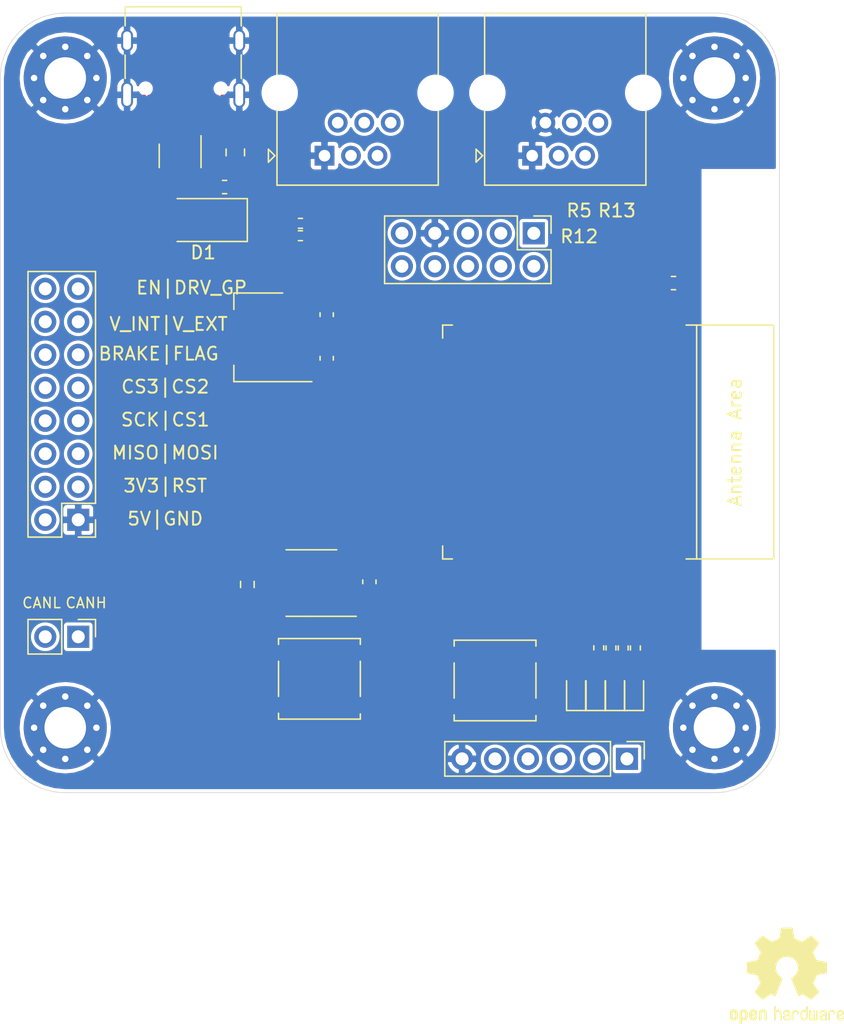
<source format=kicad_pcb>
(kicad_pcb (version 20171130) (host pcbnew "(5.1.6)-1")
  (layers (0 F.Cu signal) (31 B.Cu signal) (34 B.Paste user) (35 F.Paste user) (36 B.SilkS user hide) (37 F.SilkS user hide) (38 B.Mask user) (39 F.Mask user) (44 Edge.Cuts user))
  (net 0 "")
  (net 1 GND)
  (net 2 +5V)
  (net 3 +3V3)
  (net 4 /DBG_EN)
  (net 5 /DBG_IO0)
  (net 6 /DBG_TX)
  (net 7 /DBG_RX)
  (net 8 /USB_D-)
  (net 9 /USB_D+)
  (net 10 "Net-(D9-Pad2)")
  (net 11 "Net-(D10-Pad2)")
  (net 12 "Net-(D11-Pad2)")
  (net 13 "Net-(D12-Pad2)")
  (net 14 "Net-(J3-Pad2)")
  (net 15 "Net-(J3-Pad1)")
  (net 16 /LED_CLIP)
  (net 17 /LED_ERR)
  (net 18 /LED_SYS)
  (net 19 /DIN2)
  (net 20 /DIN1)
  (net 21 /DIN0)
  (net 22 /PWM4)
  (net 23 /PWM3)
  (net 24 /PWM2)
  (net 25 /PWM1)
  (net 26 /GPIO_DRV)
  (net 27 /BRAKE_CTRL)
  (net 28 /DRV_ENABLE)
  (net 29 /DRV_FLAG)
  (net 30 /SPI1_CS3)
  (net 31 /SPI1_CS2)
  (net 32 /SPI1_SCK)
  (net 33 /SPI1_MOSI)
  (net 34 /SPI1_MISO)
  (net 35 /SPI1_CS1)
  (net 36 /ENCODER_Z)
  (net 37 /ENCODER_B)
  (net 38 /ENCODER_A)
  (net 39 /AIN2)
  (net 40 /AIN1)
  (net 41 /AIN0)
  (net 42 /CAN_S)
  (net 43 /CAN_RX)
  (net 44 /CAN_TX)
  (net 45 "Net-(F1-Pad2)")
  (net 46 /DIN3)
  (net 47 "Net-(R2-Pad1)")
  (net 48 "Net-(J1-PadA7)")
  (net 49 "Net-(J1-PadA6)")
  (net 50 "Net-(J1-PadA5)")
  (net 51 "Net-(J1-PadB5)")
  (net 52 "Net-(R1-Pad1)")
  (module Resistor_SMD:R_0402_1005Metric (layer F.Cu) (at 167.248 70.6501)
    (fp_text reference R13 (at 0 -1.17) (layer F.SilkS))
    (fp_text value 5.1k)
    (pad 2 smd roundrect (at 0.485 0) (size 0.59 0.64) (layers F.Cu F.Paste F.Mask) (net 41 /AIN0))
    (pad 1 smd roundrect (at -0.485 0) (size 0.59 0.64) (layers F.Cu F.Paste F.Mask) (net 3 +3V3))
  )
  (module Resistor_SMD:R_0402_1005Metric (layer F.Cu) (at 164.338 72.6401)
    (fp_text reference R12 (at 0 -1.17) (layer F.SilkS))
    (fp_text value 5.1k)
    (pad 2 smd roundrect (at 0.485 0) (size 0.59 0.64) (layers F.Cu F.Paste F.Mask) (net 40 /AIN1))
    (pad 1 smd roundrect (at -0.485 0) (size 0.59 0.64) (layers F.Cu F.Paste F.Mask) (net 3 +3V3))
  )
  (module Resistor_SMD:R_0402_1005Metric (layer F.Cu) (at 164.338 70.6501)
    (fp_text reference R5 (at 0 -1.17) (layer F.SilkS))
    (fp_text value 5.1k)
    (pad 2 smd roundrect (at 0.485 0) (size 0.59 0.64) (layers F.Cu F.Paste F.Mask) (net 39 /AIN2))
    (pad 1 smd roundrect (at -0.485 0) (size 0.59 0.64) (layers F.Cu F.Paste F.Mask) (net 3 +3V3))
  )
  (module Diode_SMD:D_SMA (layer F.Cu) (at 135.382 70.2056 180)
    (fp_text reference D1 (at 0 -2.5) (layer F.SilkS))
    (fp_text value SMAJ5.0CA_400W_5V)
    (pad 2 smd rect (at 2 0 180) (size 2.5 1.8) (layers F.Cu F.Paste F.Mask) (net 1 GND))
    (pad 1 smd rect (at -2 0 180) (size 2.5 1.8) (layers F.Cu F.Paste F.Mask) (net 2 +5V))
  )
  (module Connector_RJ:RJ25_Wayconn_MJEA-660X1_Horizontal (layer F.Cu) (at 144.7265 65.2526 180)
    (fp_text reference J7 hide)
    (fp_text value RJ12)
    (pad "" np_thru_hole circle (at -8.55 4.84 180) (size 2.3 2.3) (drill 2.3) (layers *.Cu *.Mask))
    (pad "" np_thru_hole circle (at 3.45 4.84 180) (size 2.3 2.3) (drill 2.3) (layers *.Cu *.Mask))
    (pad 6 thru_hole circle (at -5.1 2.54 180) (size 1.52 1.52) (drill 0.9) (layers *.Cu *.Mask) (net 46 /DIN3))
    (pad 5 thru_hole circle (at -4.08 0 180) (size 1.52 1.52) (drill 0.9) (layers *.Cu *.Mask) (net 19 /DIN2))
    (pad 4 thru_hole circle (at -3.06 2.54 180) (size 1.52 1.52) (drill 0.9) (layers *.Cu *.Mask) (net 20 /DIN1))
    (pad 3 thru_hole circle (at -2.04 0 180) (size 1.52 1.52) (drill 0.9) (layers *.Cu *.Mask) (net 21 /DIN0))
    (pad 2 thru_hole circle (at -1.02 2.54 180) (size 1.52 1.52) (drill 0.9) (layers *.Cu *.Mask) (net 3 +3V3))
    (pad 1 thru_hole rect (at 0 0 180) (size 1.52 1.52) (drill 0.9) (layers *.Cu *.Mask) (net 1 GND))
  )
  (module Connector_RJ:RJ25_Wayconn_MJEA-660X1_Horizontal (layer F.Cu) (at 160.7185 65.2526 180)
    (fp_text reference J6 hide)
    (fp_text value RJ12)
    (pad "" np_thru_hole circle (at -8.55 4.84 180) (size 2.3 2.3) (drill 2.3) (layers *.Cu *.Mask))
    (pad "" np_thru_hole circle (at 3.45 4.84 180) (size 2.3 2.3) (drill 2.3) (layers *.Cu *.Mask))
    (pad 6 thru_hole circle (at -5.1 2.54 180) (size 1.52 1.52) (drill 0.9) (layers *.Cu *.Mask) (net 39 /AIN2))
    (pad 5 thru_hole circle (at -4.08 0 180) (size 1.52 1.52) (drill 0.9) (layers *.Cu *.Mask) (net 40 /AIN1))
    (pad 4 thru_hole circle (at -3.06 2.54 180) (size 1.52 1.52) (drill 0.9) (layers *.Cu *.Mask) (net 41 /AIN0))
    (pad 3 thru_hole circle (at -2.04 0 180) (size 1.52 1.52) (drill 0.9) (layers *.Cu *.Mask) (net 3 +3V3))
    (pad 2 thru_hole circle (at -1.02 2.54 180) (size 1.52 1.52) (drill 0.9) (layers *.Cu *.Mask) (net 1 GND))
    (pad 1 thru_hole rect (at 0 0 180) (size 1.52 1.52) (drill 0.9) (layers *.Cu *.Mask) (net 1 GND))
  )
  (module Resistor_SMD:R_0402_1005Metric (layer F.Cu) (at 169.1386 75.2602 180)
    (fp_text reference R4 hide)
    (fp_text value 10k)
    (pad 2 smd roundrect (at 0.485 0 180) (size 0.59 0.64) (layers F.Cu F.Paste F.Mask) (net 4 /DBG_EN))
    (pad 1 smd roundrect (at -0.485 0 180) (size 0.59 0.64) (layers F.Cu F.Paste F.Mask) (net 3 +3V3))
  )
  (module Capacitor_SMD:C_0402_1005Metric (layer F.Cu) (at 171.1198 76.2762)
    (fp_text reference C15 hide)
    (fp_text value 0.1uf)
    (pad 2 smd roundrect (at 0.485 0) (size 0.59 0.64) (layers F.Cu F.Paste F.Mask) (net 1 GND))
    (pad 1 smd roundrect (at -0.485 0) (size 0.59 0.64) (layers F.Cu F.Paste F.Mask) (net 3 +3V3))
  )
  (module Capacitor_SMD:C_0402_1005Metric (layer F.Cu) (at 169.1386 76.2254)
    (fp_text reference C6 hide)
    (fp_text value 0.1uf)
    (pad 2 smd roundrect (at 0.485 0) (size 0.59 0.64) (layers F.Cu F.Paste F.Mask) (net 1 GND))
    (pad 1 smd roundrect (at -0.485 0) (size 0.59 0.64) (layers F.Cu F.Paste F.Mask) (net 4 /DBG_EN))
  )
  (module Capacitor_SMD:C_0603_1608Metric (layer F.Cu) (at 171.6025 75.057)
    (fp_text reference C4 hide)
    (fp_text value 10uf)
    (pad 2 smd roundrect (at 0.7875 0) (size 0.875 0.95) (layers F.Cu F.Paste F.Mask) (net 1 GND))
    (pad 1 smd roundrect (at -0.7875 0) (size 0.875 0.95) (layers F.Cu F.Paste F.Mask) (net 3 +3V3))
  )
  (module Espressif:ESP32-S2-SOLO (layer F.Cu) (at 163.576 87.2871 270)
    (fp_text reference U5 hide)
    (fp_text value ESP32-S2-SOLO)
    (fp_text user "Antenna Area" (at 0 -12.75 90) (layer F.SilkS))
    (pad 41 smd rect (at -0.1 0.86 90) (size 0.9 0.9) (layers F.Cu F.Paste F.Mask) (net 1 GND))
    (pad 41 smd rect (at -1.5 0.86 90) (size 0.9 0.9) (layers F.Cu F.Paste F.Mask) (net 1 GND))
    (pad 41 smd rect (at -2.9 0.86 90) (size 0.9 0.9) (layers F.Cu F.Paste F.Mask) (net 1 GND))
    (pad 41 smd rect (at -2.9 -0.54 90) (size 0.9 0.9) (layers F.Cu F.Paste F.Mask) (net 1 GND))
    (pad 41 smd rect (at -2.9 -1.94 90) (size 0.9 0.9) (layers F.Cu F.Paste F.Mask) (net 1 GND))
    (pad 41 smd rect (at -1.5 -1.94 90) (size 0.9 0.9) (layers F.Cu F.Paste F.Mask) (net 1 GND))
    (pad 41 smd rect (at -0.1 -1.94 90) (size 0.9 0.9) (layers F.Cu F.Paste F.Mask) (net 1 GND))
    (pad 41 smd rect (at -0.1 -0.54 90) (size 0.9 0.9) (layers F.Cu F.Paste F.Mask) (net 1 GND))
    (pad 26 smd rect (at 6.985 9.5) (size 1.5 0.9) (layers F.Cu F.Paste F.Mask) (net 21 /DIN0))
    (pad 25 smd rect (at 5.715 9.5) (size 1.5 0.9) (layers F.Cu F.Paste F.Mask) (net 34 /SPI1_MISO))
    (pad 41 smd rect (at -1.5 -0.54 90) (size 0.9 0.9) (layers F.Cu F.Paste F.Mask) (net 1 GND))
    (pad 40 smd rect (at 8.75 -8.26 90) (size 1.5 0.9) (layers F.Cu F.Paste F.Mask) (net 1 GND))
    (pad 39 smd rect (at 8.75 -6.99 90) (size 1.5 0.9) (layers F.Cu F.Paste F.Mask) (net 41 /AIN0))
    (pad 38 smd rect (at 8.75 -5.72 90) (size 1.5 0.9) (layers F.Cu F.Paste F.Mask) (net 40 /AIN1))
    (pad 37 smd rect (at 8.75 -4.45 90) (size 1.5 0.9) (layers F.Cu F.Paste F.Mask) (net 6 /DBG_TX))
    (pad 36 smd rect (at 8.75 -3.18 90) (size 1.5 0.9) (layers F.Cu F.Paste F.Mask) (net 7 /DBG_RX))
    (pad 35 smd rect (at 8.75 -1.91 90) (size 1.5 0.9) (layers F.Cu F.Paste F.Mask) (net 20 /DIN1))
    (pad 34 smd rect (at 8.75 -0.64 90) (size 1.5 0.9) (layers F.Cu F.Paste F.Mask) (net 18 /LED_SYS))
    (pad 33 smd rect (at 8.75 0.63 90) (size 1.5 0.9) (layers F.Cu F.Paste F.Mask) (net 16 /LED_CLIP))
    (pad 32 smd rect (at 8.75 1.9 90) (size 1.5 0.9) (layers F.Cu F.Paste F.Mask) (net 17 /LED_ERR))
    (pad 31 smd rect (at 8.75 3.17 90) (size 1.5 0.9) (layers F.Cu F.Paste F.Mask) (net 46 /DIN3))
    (pad 30 smd rect (at 8.75 4.44 90) (size 1.5 0.9) (layers F.Cu F.Paste F.Mask) (net 42 /CAN_S))
    (pad 29 smd rect (at 8.75 5.71 90) (size 1.5 0.9) (layers F.Cu F.Paste F.Mask) (net 44 /CAN_TX))
    (pad 28 smd rect (at 8.75 6.98 90) (size 1.5 0.9) (layers F.Cu F.Paste F.Mask) (net 43 /CAN_RX))
    (pad 27 smd rect (at 8.75 8.25 90) (size 1.5 0.9) (layers F.Cu F.Paste F.Mask) (net 5 /DBG_IO0))
    (pad 24 smd rect (at 4.445 9.5) (size 1.5 0.9) (layers F.Cu F.Paste F.Mask) (net 33 /SPI1_MOSI))
    (pad 23 smd rect (at 3.175 9.5) (size 1.5 0.9) (layers F.Cu F.Paste F.Mask) (net 32 /SPI1_SCK))
    (pad 22 smd rect (at 1.905 9.5) (size 1.5 0.9) (layers F.Cu F.Paste F.Mask) (net 27 /BRAKE_CTRL))
    (pad 21 smd rect (at 0.635 9.5) (size 1.5 0.9) (layers F.Cu F.Paste F.Mask) (net 29 /DRV_FLAG))
    (pad 20 smd rect (at -0.635 9.5) (size 1.5 0.9) (layers F.Cu F.Paste F.Mask) (net 28 /DRV_ENABLE))
    (pad 19 smd rect (at -1.905 9.5) (size 1.5 0.9) (layers F.Cu F.Paste F.Mask) (net 26 /GPIO_DRV))
    (pad 18 smd rect (at -3.175 9.5) (size 1.5 0.9) (layers F.Cu F.Paste F.Mask) (net 22 /PWM4))
    (pad 17 smd rect (at -4.445 9.5) (size 1.5 0.9) (layers F.Cu F.Paste F.Mask) (net 23 /PWM3))
    (pad 16 smd rect (at -5.715 9.5) (size 1.5 0.9) (layers F.Cu F.Paste F.Mask) (net 19 /DIN2))
    (pad 15 smd rect (at -6.985 9.5) (size 1.5 0.9) (layers F.Cu F.Paste F.Mask) (net 39 /AIN2))
    (pad 1 smd rect (at -8.75 -8.26 270) (size 1.5 0.9) (layers F.Cu F.Paste F.Mask) (net 1 GND))
    (pad 2 smd rect (at -8.75 -6.99 270) (size 1.5 0.9) (layers F.Cu F.Paste F.Mask) (net 3 +3V3))
    (pad 3 smd rect (at -8.75 -5.72 270) (size 1.5 0.9) (layers F.Cu F.Paste F.Mask) (net 4 /DBG_EN))
    (pad 4 smd rect (at -8.75 -4.45 270) (size 1.5 0.9) (layers F.Cu F.Paste F.Mask) (net 38 /ENCODER_A))
    (pad 5 smd rect (at -8.75 -3.18 270) (size 1.5 0.9) (layers F.Cu F.Paste F.Mask) (net 25 /PWM1))
    (pad 6 smd rect (at -8.75 -1.91 270) (size 1.5 0.9) (layers F.Cu F.Paste F.Mask) (net 37 /ENCODER_B))
    (pad 7 smd rect (at -8.75 -0.64 270) (size 1.5 0.9) (layers F.Cu F.Paste F.Mask) (net 24 /PWM2))
    (pad 8 smd rect (at -8.75 0.63 270) (size 1.5 0.9) (layers F.Cu F.Paste F.Mask) (net 31 /SPI1_CS2))
    (pad 9 smd rect (at -8.75 1.9 270) (size 1.5 0.9) (layers F.Cu F.Paste F.Mask) (net 30 /SPI1_CS3))
    (pad 10 smd rect (at -8.75 3.17 270) (size 1.5 0.9) (layers F.Cu F.Paste F.Mask) (net 35 /SPI1_CS1))
    (pad 11 smd rect (at -8.75 4.44 270) (size 1.5 0.9) (layers F.Cu F.Paste F.Mask))
    (pad 12 smd rect (at -8.75 5.71 270) (size 1.5 0.9) (layers F.Cu F.Paste F.Mask) (net 36 /ENCODER_Z))
    (pad 13 smd rect (at -8.75 6.98 270) (size 1.5 0.9) (layers F.Cu F.Paste F.Mask) (net 52 "Net-(R1-Pad1)"))
    (pad 14 smd rect (at -8.75 8.25 270) (size 1.5 0.9) (layers F.Cu F.Paste F.Mask) (net 47 "Net-(R2-Pad1)"))
  )
  (module Connector_PinHeader_2.54mm:PinHeader_2x08_P2.54mm_Vertical (layer F.Cu) (at 125.761 93.2746 180)
    (fp_text reference J4 hide)
    (fp_text value "Motor Driver")
    (pad 16 thru_hole oval (at 2.54 17.78 180) (size 1.7 1.7) (drill 1) (layers *.Cu *.Mask) (net 28 /DRV_ENABLE))
    (pad 15 thru_hole oval (at 0 17.78 180) (size 1.7 1.7) (drill 1) (layers *.Cu *.Mask) (net 26 /GPIO_DRV))
    (pad 14 thru_hole oval (at 2.54 15.24 180) (size 1.7 1.7) (drill 1) (layers *.Cu *.Mask))
    (pad 13 thru_hole oval (at 0 15.24 180) (size 1.7 1.7) (drill 1) (layers *.Cu *.Mask))
    (pad 12 thru_hole oval (at 2.54 12.7 180) (size 1.7 1.7) (drill 1) (layers *.Cu *.Mask) (net 27 /BRAKE_CTRL))
    (pad 11 thru_hole oval (at 0 12.7 180) (size 1.7 1.7) (drill 1) (layers *.Cu *.Mask) (net 29 /DRV_FLAG))
    (pad 10 thru_hole oval (at 2.54 10.16 180) (size 1.7 1.7) (drill 1) (layers *.Cu *.Mask) (net 30 /SPI1_CS3))
    (pad 9 thru_hole oval (at 0 10.16 180) (size 1.7 1.7) (drill 1) (layers *.Cu *.Mask) (net 31 /SPI1_CS2))
    (pad 8 thru_hole oval (at 2.54 7.62 180) (size 1.7 1.7) (drill 1) (layers *.Cu *.Mask) (net 32 /SPI1_SCK))
    (pad 7 thru_hole oval (at 0 7.62 180) (size 1.7 1.7) (drill 1) (layers *.Cu *.Mask) (net 35 /SPI1_CS1))
    (pad 6 thru_hole oval (at 2.54 5.08 180) (size 1.7 1.7) (drill 1) (layers *.Cu *.Mask) (net 34 /SPI1_MISO))
    (pad 5 thru_hole oval (at 0 5.08 180) (size 1.7 1.7) (drill 1) (layers *.Cu *.Mask) (net 33 /SPI1_MOSI))
    (pad 4 thru_hole oval (at 2.54 2.54 180) (size 1.7 1.7) (drill 1) (layers *.Cu *.Mask) (net 3 +3V3))
    (pad 3 thru_hole oval (at 0 2.54 180) (size 1.7 1.7) (drill 1) (layers *.Cu *.Mask) (net 4 /DBG_EN))
    (pad 2 thru_hole oval (at 2.54 0 180) (size 1.7 1.7) (drill 1) (layers *.Cu *.Mask) (net 2 +5V))
    (pad 1 thru_hole rect (at 0 0 180) (size 1.7 1.7) (drill 1) (layers *.Cu *.Mask) (net 1 GND))
  )
  (module Connector_USB:USB_C_Receptacle_Palconn_UTC16-G (layer F.Cu) (at 133.8427 58.6359 180)
    (fp_text reference J1 hide)
    (fp_text value USB_C_Receptacle_USB2.0)
    (pad S1 thru_hole oval (at -4.32 -1.93 270) (size 2 0.9) (drill oval 1.7 0.6) (layers *.Cu *.Mask) (net 1 GND))
    (pad S1 thru_hole oval (at 4.32 -1.93 270) (size 2 0.9) (drill oval 1.7 0.6) (layers *.Cu *.Mask) (net 1 GND))
    (pad S1 thru_hole oval (at -4.32 2.24 270) (size 1.7 0.9) (drill oval 1.4 0.6) (layers *.Cu *.Mask) (net 1 GND))
    (pad S1 thru_hole oval (at 4.32 2.24 270) (size 1.7 0.9) (drill oval 1.4 0.6) (layers *.Cu *.Mask) (net 1 GND))
    (pad B7 smd rect (at -0.75 -2.51) (size 0.3 1.16) (layers F.Cu F.Paste F.Mask) (net 48 "Net-(J1-PadA7)"))
    (pad A6 smd rect (at -0.25 -2.51) (size 0.3 1.16) (layers F.Cu F.Paste F.Mask) (net 49 "Net-(J1-PadA6)"))
    (pad A7 smd rect (at 0.25 -2.51) (size 0.3 1.16) (layers F.Cu F.Paste F.Mask) (net 48 "Net-(J1-PadA7)"))
    (pad B8 smd rect (at -1.75 -2.51) (size 0.3 1.16) (layers F.Cu F.Paste F.Mask))
    (pad A5 smd rect (at -1.25 -2.51) (size 0.3 1.16) (layers F.Cu F.Paste F.Mask) (net 50 "Net-(J1-PadA5)"))
    (pad A8 smd rect (at 1.25 -2.51) (size 0.3 1.16) (layers F.Cu F.Paste F.Mask))
    (pad B6 smd rect (at 0.75 -2.51) (size 0.3 1.16) (layers F.Cu F.Paste F.Mask) (net 49 "Net-(J1-PadA6)"))
    (pad B5 smd rect (at 1.75 -2.51) (size 0.3 1.16) (layers F.Cu F.Paste F.Mask) (net 51 "Net-(J1-PadB5)"))
    (pad "" np_thru_hole circle (at 2.89 -1.45) (size 0.6 0.6) (drill 0.6) (layers *.Cu *.Mask))
    (pad "" np_thru_hole circle (at -2.89 -1.45) (size 0.6 0.6) (drill 0.6) (layers *.Cu *.Mask))
    (pad A4 smd rect (at -2.4 -2.51 180) (size 0.6 1.16) (layers F.Cu F.Paste F.Mask) (net 45 "Net-(F1-Pad2)"))
    (pad B9 smd rect (at -2.4 -2.51 180) (size 0.6 1.16) (layers F.Cu F.Paste F.Mask) (net 45 "Net-(F1-Pad2)"))
    (pad A1 smd rect (at -3.2 -2.51 180) (size 0.6 1.16) (layers F.Cu F.Paste F.Mask) (net 1 GND))
    (pad B12 smd rect (at -3.2 -2.51 180) (size 0.6 1.16) (layers F.Cu F.Paste F.Mask) (net 1 GND))
    (pad B4 smd rect (at 2.4 -2.51 180) (size 0.6 1.16) (layers F.Cu F.Paste F.Mask) (net 45 "Net-(F1-Pad2)"))
    (pad B1 smd rect (at 3.2 -2.51 180) (size 0.6 1.16) (layers F.Cu F.Paste F.Mask) (net 1 GND))
    (pad A9 smd rect (at 2.4 -2.51 180) (size 0.6 1.16) (layers F.Cu F.Paste F.Mask) (net 45 "Net-(F1-Pad2)"))
    (pad A12 smd rect (at 3.2 -2.51 180) (size 0.6 1.16) (layers F.Cu F.Paste F.Mask) (net 1 GND))
  )
  (module Package_TO_SOT_SMD:SOT-23-6 (layer F.Cu) (at 133.6075 65.2671 270)
    (fp_text reference U4 hide)
    (fp_text value USBLC6-2SC6)
    (pad 5 smd rect (at 1.1 0 270) (size 1.06 0.65) (layers F.Cu F.Paste F.Mask) (net 2 +5V))
    (pad 6 smd rect (at 1.1 -0.95 270) (size 1.06 0.65) (layers F.Cu F.Paste F.Mask) (net 8 /USB_D-))
    (pad 4 smd rect (at 1.1 0.95 270) (size 1.06 0.65) (layers F.Cu F.Paste F.Mask) (net 9 /USB_D+))
    (pad 3 smd rect (at -1.1 0.95 270) (size 1.06 0.65) (layers F.Cu F.Paste F.Mask) (net 49 "Net-(J1-PadA6)"))
    (pad 2 smd rect (at -1.1 0 270) (size 1.06 0.65) (layers F.Cu F.Paste F.Mask) (net 1 GND))
    (pad 1 smd rect (at -1.1 -0.95 270) (size 1.06 0.65) (layers F.Cu F.Paste F.Mask) (net 48 "Net-(J1-PadA7)"))
  )
  (module Resistor_SMD:R_0402_1005Metric (layer F.Cu) (at 131.3075 64.3671 270)
    (fp_text reference R11 hide)
    (fp_text value 5.1k)
    (pad 2 smd roundrect (at 0.485 0 270) (size 0.59 0.64) (layers F.Cu F.Paste F.Mask) (net 1 GND))
    (pad 1 smd roundrect (at -0.485 0 270) (size 0.59 0.64) (layers F.Cu F.Paste F.Mask) (net 51 "Net-(J1-PadB5)"))
  )
  (module Resistor_SMD:R_0402_1005Metric (layer F.Cu) (at 135.9075 64.3671 270)
    (fp_text reference R10 hide)
    (fp_text value 5.1k)
    (pad 2 smd roundrect (at 0.485 0 270) (size 0.59 0.64) (layers F.Cu F.Paste F.Mask) (net 1 GND))
    (pad 1 smd roundrect (at -0.485 0 270) (size 0.59 0.64) (layers F.Cu F.Paste F.Mask) (net 50 "Net-(J1-PadA5)"))
  )
  (module Symbol:OSHW-Logo2_9.8x8mm_SilkScreen (layer F.Cu) (at 180.34 128.3716)
    (fp_text reference logo1 hide)
    (fp_text value logo hide)
  )
  (module Connector_PinHeader_2.54mm:PinHeader_2x05_P2.54mm_Vertical (layer F.Cu) (at 160.8455 71.2216 270)
    (fp_text reference J5 hide)
    (fp_text value "ENCODER & PWM")
    (pad 10 thru_hole oval (at 2.54 10.16 270) (size 1.7 1.7) (drill 1) (layers *.Cu *.Mask) (net 3 +3V3))
    (pad 9 thru_hole oval (at 0 10.16 270) (size 1.7 1.7) (drill 1) (layers *.Cu *.Mask) (net 2 +5V))
    (pad 8 thru_hole oval (at 2.54 7.62 270) (size 1.7 1.7) (drill 1) (layers *.Cu *.Mask) (net 22 /PWM4))
    (pad 7 thru_hole oval (at 0 7.62 270) (size 1.7 1.7) (drill 1) (layers *.Cu *.Mask) (net 1 GND))
    (pad 6 thru_hole oval (at 2.54 5.08 270) (size 1.7 1.7) (drill 1) (layers *.Cu *.Mask) (net 23 /PWM3))
    (pad 5 thru_hole oval (at 0 5.08 270) (size 1.7 1.7) (drill 1) (layers *.Cu *.Mask) (net 36 /ENCODER_Z))
    (pad 4 thru_hole oval (at 2.54 2.54 270) (size 1.7 1.7) (drill 1) (layers *.Cu *.Mask) (net 24 /PWM2))
    (pad 3 thru_hole oval (at 0 2.54 270) (size 1.7 1.7) (drill 1) (layers *.Cu *.Mask) (net 37 /ENCODER_B))
    (pad 2 thru_hole oval (at 2.54 0 270) (size 1.7 1.7) (drill 1) (layers *.Cu *.Mask) (net 25 /PWM1))
    (pad 1 thru_hole rect (at 0 0 270) (size 1.7 1.7) (drill 1) (layers *.Cu *.Mask) (net 38 /ENCODER_A))
  )
  (module Fuse:Fuse_0805_2012Metric (layer F.Cu) (at 137.8585 64.9986 90)
    (fp_text reference F1 hide)
    (fp_text value 500mA)
    (pad 2 smd roundrect (at 0.9375 0 90) (size 0.975 1.4) (layers F.Cu F.Paste F.Mask) (net 45 "Net-(F1-Pad2)"))
    (pad 1 smd roundrect (at -0.9375 0 90) (size 0.975 1.4) (layers F.Cu F.Paste F.Mask) (net 2 +5V))
  )
  (module Capacitor_SMD:C_0603_1608Metric (layer F.Cu) (at 137.033 67.6656)
    (fp_text reference C19 hide)
    (fp_text value 10uf)
    (pad 2 smd roundrect (at 0.7875 0) (size 0.875 0.95) (layers F.Cu F.Paste F.Mask) (net 2 +5V))
    (pad 1 smd roundrect (at -0.7875 0) (size 0.875 0.95) (layers F.Cu F.Paste F.Mask) (net 1 GND))
  )
  (module Button_Switch_SMD:SW_SPST_EVPBF (layer F.Cu) (at 144.3355 105.5116)
    (fp_text reference SW2 hide)
    (fp_text value SW_Push)
    (pad 2 smd rect (at 2.88 2) (size 2.75 1) (layers F.Cu F.Paste F.Mask) (net 1 GND))
    (pad 2 smd rect (at -2.88 2) (size 2.75 1) (layers F.Cu F.Paste F.Mask) (net 1 GND))
    (pad 1 smd rect (at -2.88 -2) (size 2.75 1) (layers F.Cu F.Paste F.Mask) (net 4 /DBG_EN))
    (pad 1 smd rect (at 2.88 -2) (size 2.75 1) (layers F.Cu F.Paste F.Mask) (net 4 /DBG_EN))
  )
  (module Button_Switch_SMD:SW_SPST_EVPBF (layer F.Cu) (at 157.861 105.6386)
    (fp_text reference SW1 hide)
    (fp_text value SW_Push)
    (pad 2 smd rect (at 2.88 2) (size 2.75 1) (layers F.Cu F.Paste F.Mask) (net 1 GND))
    (pad 2 smd rect (at -2.88 2) (size 2.75 1) (layers F.Cu F.Paste F.Mask) (net 1 GND))
    (pad 1 smd rect (at -2.88 -2) (size 2.75 1) (layers F.Cu F.Paste F.Mask) (net 5 /DBG_IO0))
    (pad 1 smd rect (at 2.88 -2) (size 2.75 1) (layers F.Cu F.Paste F.Mask) (net 5 /DBG_IO0))
  )
  (module Resistor_SMD:R_0402_1005Metric (layer F.Cu) (at 165.8493 103.1257 90)
    (fp_text reference R9 hide)
    (fp_text value 1k)
    (pad 2 smd roundrect (at 0.51 0 90) (size 0.54 0.64) (layers F.Cu F.Paste F.Mask) (net 17 /LED_ERR))
    (pad 1 smd roundrect (at -0.51 0 90) (size 0.54 0.64) (layers F.Cu F.Paste F.Mask) (net 12 "Net-(D11-Pad2)"))
  )
  (module Resistor_SMD:R_0402_1005Metric (layer F.Cu) (at 166.7891 103.1367 90)
    (fp_text reference R8 hide)
    (fp_text value 1k)
    (pad 2 smd roundrect (at 0.51 0 90) (size 0.54 0.64) (layers F.Cu F.Paste F.Mask) (net 16 /LED_CLIP))
    (pad 1 smd roundrect (at -0.51 0 90) (size 0.54 0.64) (layers F.Cu F.Paste F.Mask) (net 11 "Net-(D10-Pad2)"))
  )
  (module Resistor_SMD:R_0402_1005Metric (layer F.Cu) (at 167.7289 103.1367 90)
    (fp_text reference R7 hide)
    (fp_text value 1k)
    (pad 2 smd roundrect (at 0.51 0 90) (size 0.54 0.64) (layers F.Cu F.Paste F.Mask) (net 18 /LED_SYS))
    (pad 1 smd roundrect (at -0.51 0 90) (size 0.54 0.64) (layers F.Cu F.Paste F.Mask) (net 10 "Net-(D9-Pad2)"))
  )
  (module Resistor_SMD:R_0402_1005Metric (layer F.Cu) (at 168.6687 103.1367 90)
    (fp_text reference R6 hide)
    (fp_text value 1k)
    (pad 2 smd roundrect (at 0.51 0 90) (size 0.54 0.64) (layers F.Cu F.Paste F.Mask) (net 3 +3V3))
    (pad 1 smd roundrect (at -0.51 0 90) (size 0.54 0.64) (layers F.Cu F.Paste F.Mask) (net 13 "Net-(D12-Pad2)"))
  )
  (module MountingHole:MountingHole_3.2mm_M3_Pad_Via (layer F.Cu) (at 124.761 109.2746)
    (fp_text reference H4 hide)
    (fp_text value MountingHole_Pad)
    (pad 1 thru_hole circle (at 1.697056 -1.697056) (size 0.8 0.8) (drill 0.5) (layers *.Cu *.Mask) (net 1 GND))
    (pad 1 thru_hole circle (at 0 -2.4) (size 0.8 0.8) (drill 0.5) (layers *.Cu *.Mask) (net 1 GND))
    (pad 1 thru_hole circle (at -1.697056 -1.697056) (size 0.8 0.8) (drill 0.5) (layers *.Cu *.Mask) (net 1 GND))
    (pad 1 thru_hole circle (at -2.4 0) (size 0.8 0.8) (drill 0.5) (layers *.Cu *.Mask) (net 1 GND))
    (pad 1 thru_hole circle (at -1.697056 1.697056) (size 0.8 0.8) (drill 0.5) (layers *.Cu *.Mask) (net 1 GND))
    (pad 1 thru_hole circle (at 0 2.4) (size 0.8 0.8) (drill 0.5) (layers *.Cu *.Mask) (net 1 GND))
    (pad 1 thru_hole circle (at 1.697056 1.697056) (size 0.8 0.8) (drill 0.5) (layers *.Cu *.Mask) (net 1 GND))
    (pad 1 thru_hole circle (at 2.4 0) (size 0.8 0.8) (drill 0.5) (layers *.Cu *.Mask) (net 1 GND))
    (pad 1 thru_hole circle (at 0 0) (size 6.4 6.4) (drill 3.2) (layers *.Cu *.Mask) (net 1 GND))
  )
  (module MountingHole:MountingHole_3.2mm_M3_Pad_Via (layer F.Cu) (at 174.761 59.2746)
    (fp_text reference H3 hide)
    (fp_text value MountingHole_Pad)
    (pad 1 thru_hole circle (at 1.697056 -1.697056) (size 0.8 0.8) (drill 0.5) (layers *.Cu *.Mask) (net 1 GND))
    (pad 1 thru_hole circle (at 0 -2.4) (size 0.8 0.8) (drill 0.5) (layers *.Cu *.Mask) (net 1 GND))
    (pad 1 thru_hole circle (at -1.697056 -1.697056) (size 0.8 0.8) (drill 0.5) (layers *.Cu *.Mask) (net 1 GND))
    (pad 1 thru_hole circle (at -2.4 0) (size 0.8 0.8) (drill 0.5) (layers *.Cu *.Mask) (net 1 GND))
    (pad 1 thru_hole circle (at -1.697056 1.697056) (size 0.8 0.8) (drill 0.5) (layers *.Cu *.Mask) (net 1 GND))
    (pad 1 thru_hole circle (at 0 2.4) (size 0.8 0.8) (drill 0.5) (layers *.Cu *.Mask) (net 1 GND))
    (pad 1 thru_hole circle (at 1.697056 1.697056) (size 0.8 0.8) (drill 0.5) (layers *.Cu *.Mask) (net 1 GND))
    (pad 1 thru_hole circle (at 2.4 0) (size 0.8 0.8) (drill 0.5) (layers *.Cu *.Mask) (net 1 GND))
    (pad 1 thru_hole circle (at 0 0) (size 6.4 6.4) (drill 3.2) (layers *.Cu *.Mask) (net 1 GND))
  )
  (module MountingHole:MountingHole_3.2mm_M3_Pad_Via (layer F.Cu) (at 174.761 109.2746)
    (fp_text reference H2 hide)
    (fp_text value MountingHole_Pad)
    (pad 1 thru_hole circle (at 1.697056 -1.697056) (size 0.8 0.8) (drill 0.5) (layers *.Cu *.Mask) (net 1 GND))
    (pad 1 thru_hole circle (at 0 -2.4) (size 0.8 0.8) (drill 0.5) (layers *.Cu *.Mask) (net 1 GND))
    (pad 1 thru_hole circle (at -1.697056 -1.697056) (size 0.8 0.8) (drill 0.5) (layers *.Cu *.Mask) (net 1 GND))
    (pad 1 thru_hole circle (at -2.4 0) (size 0.8 0.8) (drill 0.5) (layers *.Cu *.Mask) (net 1 GND))
    (pad 1 thru_hole circle (at -1.697056 1.697056) (size 0.8 0.8) (drill 0.5) (layers *.Cu *.Mask) (net 1 GND))
    (pad 1 thru_hole circle (at 0 2.4) (size 0.8 0.8) (drill 0.5) (layers *.Cu *.Mask) (net 1 GND))
    (pad 1 thru_hole circle (at 1.697056 1.697056) (size 0.8 0.8) (drill 0.5) (layers *.Cu *.Mask) (net 1 GND))
    (pad 1 thru_hole circle (at 2.4 0) (size 0.8 0.8) (drill 0.5) (layers *.Cu *.Mask) (net 1 GND))
    (pad 1 thru_hole circle (at 0 0) (size 6.4 6.4) (drill 3.2) (layers *.Cu *.Mask) (net 1 GND))
  )
  (module MountingHole:MountingHole_3.2mm_M3_Pad_Via (layer F.Cu) (at 124.761 59.2746)
    (fp_text reference H1 hide)
    (fp_text value MountingHole_Pad)
    (pad 1 thru_hole circle (at 1.697056 -1.697056) (size 0.8 0.8) (drill 0.5) (layers *.Cu *.Mask) (net 1 GND))
    (pad 1 thru_hole circle (at 0 -2.4) (size 0.8 0.8) (drill 0.5) (layers *.Cu *.Mask) (net 1 GND))
    (pad 1 thru_hole circle (at -1.697056 -1.697056) (size 0.8 0.8) (drill 0.5) (layers *.Cu *.Mask) (net 1 GND))
    (pad 1 thru_hole circle (at -2.4 0) (size 0.8 0.8) (drill 0.5) (layers *.Cu *.Mask) (net 1 GND))
    (pad 1 thru_hole circle (at -1.697056 1.697056) (size 0.8 0.8) (drill 0.5) (layers *.Cu *.Mask) (net 1 GND))
    (pad 1 thru_hole circle (at 0 2.4) (size 0.8 0.8) (drill 0.5) (layers *.Cu *.Mask) (net 1 GND))
    (pad 1 thru_hole circle (at 1.697056 1.697056) (size 0.8 0.8) (drill 0.5) (layers *.Cu *.Mask) (net 1 GND))
    (pad 1 thru_hole circle (at 2.4 0) (size 0.8 0.8) (drill 0.5) (layers *.Cu *.Mask) (net 1 GND))
    (pad 1 thru_hole circle (at 0 0) (size 6.4 6.4) (drill 3.2) (layers *.Cu *.Mask) (net 1 GND))
  )
  (module Connector_PinHeader_2.54mm:PinHeader_1x06_P2.54mm_Vertical (layer F.Cu) (at 168.021 111.6711 270)
    (fp_text reference J2 hide)
    (fp_text value Debug)
    (pad 6 thru_hole oval (at 0 12.7 270) (size 1.7 1.7) (drill 1) (layers *.Cu *.Mask) (net 1 GND))
    (pad 5 thru_hole oval (at 0 10.16 270) (size 1.7 1.7) (drill 1) (layers *.Cu *.Mask) (net 3 +3V3))
    (pad 4 thru_hole oval (at 0 7.62 270) (size 1.7 1.7) (drill 1) (layers *.Cu *.Mask) (net 5 /DBG_IO0))
    (pad 3 thru_hole oval (at 0 5.08 270) (size 1.7 1.7) (drill 1) (layers *.Cu *.Mask) (net 4 /DBG_EN))
    (pad 2 thru_hole oval (at 0 2.54 270) (size 1.7 1.7) (drill 1) (layers *.Cu *.Mask) (net 6 /DBG_TX))
    (pad 1 thru_hole rect (at 0 0 270) (size 1.7 1.7) (drill 1) (layers *.Cu *.Mask) (net 7 /DBG_RX))
  )
  (module Resistor_SMD:R_0603_1608Metric (layer F.Cu) (at 138.7856 98.2472 270)
    (fp_text reference R3 hide)
    (fp_text value 120Ω)
    (pad 1 smd roundrect (at -0.825 0 270) (size 0.8 0.95) (layers F.Cu F.Paste F.Mask) (net 14 "Net-(J3-Pad2)"))
    (pad 2 smd roundrect (at 0.825 0 270) (size 0.8 0.95) (layers F.Cu F.Paste F.Mask) (net 15 "Net-(J3-Pad1)"))
  )
  (module Connector_PinHeader_2.54mm:PinHeader_1x02_P2.54mm_Vertical (layer F.Cu) (at 125.761 102.2746 270)
    (fp_text reference J3 hide)
    (fp_text value CAN_Connector)
    (pad 2 thru_hole oval (at 0 2.54 270) (size 1.7 1.7) (drill 1) (layers *.Cu *.Mask) (net 14 "Net-(J3-Pad2)"))
    (pad 1 thru_hole rect (at 0 0 270) (size 1.7 1.7) (drill 1) (layers *.Cu *.Mask) (net 15 "Net-(J3-Pad1)"))
  )
  (module Package_SO:SOIC-8_3.9x4.9mm_P1.27mm (layer F.Cu) (at 143.719199 98.141799 180)
    (fp_text reference U3 hide)
    (fp_text value TJA1051T-3)
    (pad 1 smd roundrect (at -2.475 -1.905 180) (size 1.95 0.6) (layers F.Cu F.Paste F.Mask) (net 44 /CAN_TX))
    (pad 2 smd roundrect (at -2.475 -0.635 180) (size 1.95 0.6) (layers F.Cu F.Paste F.Mask) (net 1 GND))
    (pad 3 smd roundrect (at -2.475 0.635 180) (size 1.95 0.6) (layers F.Cu F.Paste F.Mask) (net 2 +5V))
    (pad 4 smd roundrect (at -2.475 1.905 180) (size 1.95 0.6) (layers F.Cu F.Paste F.Mask) (net 43 /CAN_RX))
    (pad 5 smd roundrect (at 2.475 1.905 180) (size 1.95 0.6) (layers F.Cu F.Paste F.Mask) (net 3 +3V3))
    (pad 6 smd roundrect (at 2.475 0.635 180) (size 1.95 0.6) (layers F.Cu F.Paste F.Mask) (net 14 "Net-(J3-Pad2)"))
    (pad 7 smd roundrect (at 2.475 -0.635 180) (size 1.95 0.6) (layers F.Cu F.Paste F.Mask) (net 15 "Net-(J3-Pad1)"))
    (pad 8 smd roundrect (at 2.475 -1.905 180) (size 1.95 0.6) (layers F.Cu F.Paste F.Mask) (net 42 /CAN_S))
  )
  (module Capacitor_SMD:C_0603_1608Metric (layer F.Cu) (at 148.1836 98.0474 90)
    (fp_text reference C18 hide)
    (fp_text value 10uf)
    (pad 1 smd roundrect (at -0.775 0 90) (size 0.9 0.95) (layers F.Cu F.Paste F.Mask) (net 1 GND))
    (pad 2 smd roundrect (at 0.775 0 90) (size 0.9 0.95) (layers F.Cu F.Paste F.Mask) (net 2 +5V))
  )
  (module LED_SMD:LED_0603_1608Metric (layer F.Cu) (at 168.5671 106.4641 90)
    (fp_text reference D12 hide)
    (fp_text value green)
    (pad 2 smd roundrect (at 0.7875 0 90) (size 0.875 0.95) (layers F.Cu F.Paste F.Mask) (net 13 "Net-(D12-Pad2)"))
    (pad 1 smd roundrect (at -0.7875 0 90) (size 0.875 0.95) (layers F.Cu F.Paste F.Mask) (net 1 GND))
  )
  (module LED_SMD:LED_0603_1608Metric (layer F.Cu) (at 164.1039 106.4641 90)
    (fp_text reference D11 hide)
    (fp_text value red)
    (pad 2 smd roundrect (at 0.7875 0 90) (size 0.875 0.95) (layers F.Cu F.Paste F.Mask) (net 12 "Net-(D11-Pad2)"))
    (pad 1 smd roundrect (at -0.7875 0 90) (size 0.875 0.95) (layers F.Cu F.Paste F.Mask) (net 1 GND))
  )
  (module LED_SMD:LED_0603_1608Metric (layer F.Cu) (at 165.6039 106.4641 90)
    (fp_text reference D10 hide)
    (fp_text value yellow)
    (pad 2 smd roundrect (at 0.7875 0 90) (size 0.875 0.95) (layers F.Cu F.Paste F.Mask) (net 11 "Net-(D10-Pad2)"))
    (pad 1 smd roundrect (at -0.7875 0 90) (size 0.875 0.95) (layers F.Cu F.Paste F.Mask) (net 1 GND))
  )
  (module LED_SMD:LED_0603_1608Metric (layer F.Cu) (at 167.1039 106.4641 90)
    (fp_text reference D9 hide)
    (fp_text value blue)
    (pad 2 smd roundrect (at 0.7875 0 90) (size 0.875 0.95) (layers F.Cu F.Paste F.Mask) (net 10 "Net-(D9-Pad2)"))
    (pad 1 smd roundrect (at -0.7875 0 90) (size 0.875 0.95) (layers F.Cu F.Paste F.Mask) (net 1 GND))
  )
  (module Package_TO_SOT_SMD:SOT-223-3_TabPin2 (layer F.Cu) (at 139.6558 79.2312 180)
    (fp_text reference U1 hide)
    (fp_text value AMS1117-3.3)
    (pad 1 smd rect (at -3.15 -2.3 180) (size 2 1.5) (layers F.Cu F.Paste F.Mask) (net 1 GND))
    (pad 3 smd rect (at -3.15 2.3 180) (size 2 1.5) (layers F.Cu F.Paste F.Mask) (net 2 +5V))
    (pad 2 smd rect (at -3.15 0 180) (size 2 1.5) (layers F.Cu F.Paste F.Mask) (net 3 +3V3))
    (pad 2 smd rect (at 3.15 0 180) (size 2 3.8) (layers F.Cu F.Paste F.Mask) (net 3 +3V3))
  )
  (module Resistor_SMD:R_0402_1005Metric (layer F.Cu) (at 142.874 71.4108 180)
    (fp_text reference R2 hide)
    (fp_text value 22Ω)
    (pad 2 smd roundrect (at 0.51 0 180) (size 0.54 0.64) (layers F.Cu F.Paste F.Mask) (net 9 /USB_D+))
    (pad 1 smd roundrect (at -0.51 0 180) (size 0.54 0.64) (layers F.Cu F.Paste F.Mask) (net 47 "Net-(R2-Pad1)"))
  )
  (module Resistor_SMD:R_0402_1005Metric (layer F.Cu) (at 142.874 70.458 180)
    (fp_text reference R1 hide)
    (fp_text value 22Ω)
    (pad 2 smd roundrect (at 0.51 0 180) (size 0.54 0.64) (layers F.Cu F.Paste F.Mask) (net 8 /USB_D-))
    (pad 1 smd roundrect (at -0.51 0 180) (size 0.54 0.64) (layers F.Cu F.Paste F.Mask) (net 52 "Net-(R1-Pad1)"))
  )
  (module Capacitor_SMD:C_0603_1608Metric (layer F.Cu) (at 144.8958 80.8408 90)
    (fp_text reference C2 hide)
    (fp_text value 10uf)
    (pad 2 smd roundrect (at 0.775 0 90) (size 0.9 0.95) (layers F.Cu F.Paste F.Mask) (net 3 +3V3))
    (pad 1 smd roundrect (at -0.775 0 90) (size 0.9 0.95) (layers F.Cu F.Paste F.Mask) (net 1 GND))
  )
  (module Capacitor_SMD:C_0603_1608Metric (layer F.Cu) (at 144.8958 77.488 90)
    (fp_text reference C1 hide)
    (fp_text value 10uf)
    (pad 2 smd roundrect (at 0.775 0 90) (size 0.9 0.95) (layers F.Cu F.Paste F.Mask) (net 2 +5V))
    (pad 1 smd roundrect (at -0.775 0 90) (size 0.9 0.95) (layers F.Cu F.Paste F.Mask) (net 1 GND))
  )
  (gr_arc (start 124.761 59.2746) (end 124.761 54.2746) (angle -90) (layer Edge.Cuts) (width 0.05))
  (gr_text V1.1 (at 112.4204 111.9378) (layer F.SilkS) (effects (font (size 0.8 0.8) (thickness 0.11))))
  (gr_text OpenFFBoard-ESP32S2 (at 106.119 110.3856) (layer F.SilkS) (effects (font (size 1.2 0.9))))
  (gr_text SW (at 68.7705 76.3651) (layer F.SilkS) (effects (font (size 1 1))))
  (gr_text RESET (at 99.072 75.2176) (layer F.SilkS) (effects (font (size 1 1))))
  (gr_text RX (at 191.3255 138.4681) (layer F.SilkS) (effects (font (size 1 1))))
  (gr_text TX (at 191.3255 135.9281) (layer F.SilkS) (effects (font (size 1 1))))
  (gr_text EN (at 191.3255 133.3881) (layer F.SilkS) (effects (font (size 1 1))))
  (gr_text IO0 (at 191.3255 130.8481) (layer F.SilkS) (effects (font (size 1 1))))
  (gr_text 3V3 (at 191.3255 128.3081) (layer F.SilkS) (effects (font (size 1 1))))
  (gr_text GND (at 191.3255 125.7681) (layer F.SilkS) (effects (font (size 1 1))))
  (gr_text GND|GND (at 159.339 41.0226 90) (layer F.SilkS) (effects (font (size 1 1))))
  (gr_text 3V3|3V3 (at 156.799 41.0226 90) (layer F.SilkS) (effects (font (size 1 1))))
  (gr_text D3|A3 (at 154.259 41.0226 90) (layer F.SilkS) (effects (font (size 1 1))))
  (gr_text D1|A1 (at 151.465 41.0226 90) (layer F.SilkS) (effects (font (size 1 1))))
  (gr_text D0|A0 (at 148.925 41.0226 90) (layer F.SilkS) (effects (font (size 1 1))))
  (gr_text PWM1|A (at 144.353 42.0386 90) (layer F.SilkS) (effects (font (size 1 1))))
  (gr_text PWM2|B (at 141.813 42.0386 90) (layer F.SilkS) (effects (font (size 1 1))))
  (gr_text PWM3|Z (at 139.273 42.0386 90) (layer F.SilkS) (effects (font (size 1 1))))
  (gr_text PWM4|GND (at 136.733 41.0226 90) (layer F.SilkS) (effects (font (size 1 1))))
  (gr_text 3V3|5V (at 134.193 41.0226 90) (layer F.SilkS) (effects (font (size 1 1))))
  (gr_text 5V|GND (at 132.461 93.1926) (layer F.SilkS) (effects (font (size 1 1))))
  (gr_text 3V3|RST (at 132.461 90.6526) (layer F.SilkS) (effects (font (size 1 1))))
  (gr_text MISO|MOSI (at 132.461 88.1126) (layer F.SilkS) (effects (font (size 1 1))))
  (gr_text SCK|CS1 (at 132.461 85.5726) (layer F.SilkS) (effects (font (size 1 1))))
  (gr_text CS3|CS2 (at 132.461 83.0326) (layer F.SilkS) (effects (font (size 1 1))))
  (gr_text BRAKE|FLAG (at 131.953 80.4926) (layer F.SilkS) (effects (font (size 1 1))))
  (gr_text V_INT|V_EXT (at 132.715 78.2066) (layer F.SilkS) (effects (font (size 1 1))))
  (gr_text EN|DRV_GP (at 134.493 75.4126) (layer F.SilkS) (effects (font (size 1 1))))
  (gr_text CANL (at 122.936 99.6696) (layer F.SilkS) (effects (font (size 0.8 0.8) (thickness 0.12))))
  (gr_text CANH (at 126.365 99.6696) (layer F.SilkS) (effects (font (size 0.8 0.8) (thickness 0.12))))
  (gr_arc (start 174.761 109.2746) (end 174.761 114.2746) (angle -90) (layer Edge.Cuts) (width 0.05))
  (gr_arc (start 124.761 109.2746) (end 119.761 109.2746) (angle -90) (layer Edge.Cuts) (width 0.05))
  (gr_arc (start 174.761 59.2746) (end 179.761 59.2746) (angle -90) (layer Edge.Cuts) (width 0.05))
  (gr_line (start 119.761 59.2746) (end 119.761 109.2746) (layer Edge.Cuts) (width 0.05))
  (gr_line (start 174.761 54.2746) (end 124.761 54.2746) (layer Edge.Cuts) (width 0.05))
  (gr_line (start 179.761 109.2746) (end 179.761 59.2746) (layer Edge.Cuts) (width 0.05))
  (gr_line (start 124.761 114.2746) (end 174.761 114.2746) (layer Edge.Cuts) (width 0.05))
  (zone (net 1) (net_name GND) (layer B.Cu) (connect_pads (clearance 0.25)) (min_thickness 0.2) (fill yes (arc_segments 32) (thermal_gap 0.3) (thermal_bridge_width 0.508))
    (polygon (pts (xy 179.761 114.2746) (xy 119.761 114.2746) (xy 119.761 54.2746) (xy 179.761 54.2746)))
  )
  (zone (net 0) (net_name "") (layers F&B.Cu) (connect_pads (clearance 0.25)) (min_thickness 0.254)
    (keepout (tracks not_allowed) (vias not_allowed) (copperpour not_allowed))
    (fill (arc_segments 32) (thermal_gap 0.508) (thermal_bridge_width 0.508))
    (polygon (pts (xy 179.761 103.2746) (xy 173.761 103.2746) (xy 173.761 66.2746) (xy 179.761 66.2746)))
  )
)
</source>
